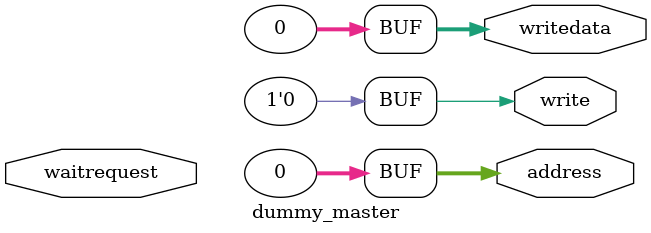
<source format=v>
/* This master does absolutely nothing.  It's used in cases where you need
   a master to connect to unconnected slaves in SOPC Builder.  An example is
   onchip memory used by C2H, if you haven't run the C2H compiler you need
   to connect something to the memory.  Since the outputs are grounded all the
   arbitration logic should be synthesized away during compilation.
*/

module dummy_master
(
  address,
  writedata,
  write,
  waitrequest
); 

  input waitrequest;
  output wire [31:0] address;
  output wire [31:0] writedata;
  output wire write;
  
  assign address = 0;
  assign writedata =0;
  assign write = 0;

  endmodule
</source>
